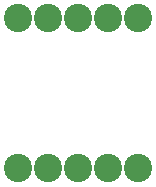
<source format=gbr>
G04 #@! TF.GenerationSoftware,KiCad,Pcbnew,(5.0.0-rc2-dev-444-g2974a2c10)*
G04 #@! TF.CreationDate,2018-10-06T13:39:59-07:00*
G04 #@! TF.ProjectId,2018-08-20 analog Trinket sub,323031382D30382D323020616E616C6F,rev?*
G04 #@! TF.SameCoordinates,Original*
G04 #@! TF.FileFunction,Soldermask,Bot*
G04 #@! TF.FilePolarity,Negative*
%FSLAX46Y46*%
G04 Gerber Fmt 4.6, Leading zero omitted, Abs format (unit mm)*
G04 Created by KiCad (PCBNEW (5.0.0-rc2-dev-444-g2974a2c10)) date 10/06/18 13:39:59*
%MOMM*%
%LPD*%
G01*
G04 APERTURE LIST*
%ADD10C,2.400000*%
G04 APERTURE END LIST*
D10*
X223870001Y-56145001D03*
X223870001Y-68845001D03*
X226410001Y-56145001D03*
X226410001Y-68845001D03*
X228950001Y-56145001D03*
X228950001Y-68845001D03*
X231490001Y-56145001D03*
X231490001Y-68845001D03*
X234030001Y-56145001D03*
X234030001Y-68845001D03*
M02*

</source>
